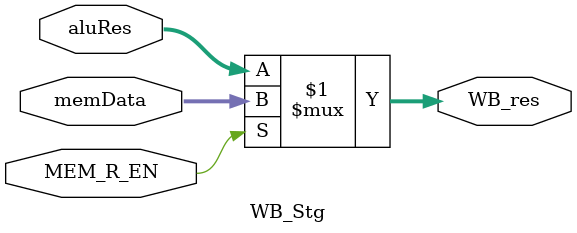
<source format=v>
`include "defines.v"

module WB_Stg (MEM_R_EN, memData, aluRes, WB_res);
  input MEM_R_EN;
  input [31:0] memData, aluRes;
  output [31:0] WB_res;

  assign WB_res = (MEM_R_EN) ? memData : aluRes;
endmodule // WBStage

</source>
